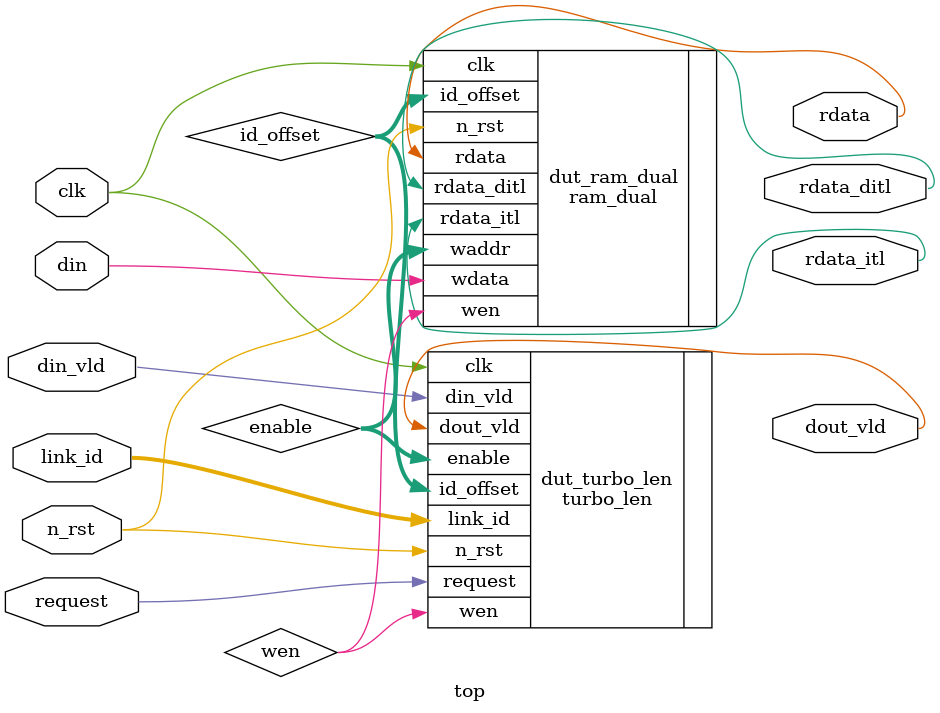
<source format=v>
`timescale 1ps/1ps
module top (
    input clk,
    input n_rst,
    input [5:0] link_id,
    input din,
    input din_vld,
    input request,
    output rdata,
    output rdata_itl,
    output rdata_ditl,
    output dout_vld
    //input wen
);
    wire [15:0] enable;
    wire [15:0] id_offset;
    wire wen;

    ram_dual dut_ram_dual (
        .clk(clk),
        .n_rst(n_rst),
        .wdata(din),
        .waddr(enable),
        .id_offset(id_offset),
        .rdata(rdata),
        .rdata_itl(rdata_itl),
        .rdata_ditl(rdata_ditl),
        .wen(wen)
    );

    turbo_len dut_turbo_len (
        .clk(clk),
        .n_rst(n_rst),
        .din_vld(din_vld),
        .request(request),
        .link_id(link_id),
        .enable(enable),
        .id_offset(id_offset),
        .wen(wen),
        .dout_vld(dout_vld)
    );

    
endmodule
</source>
